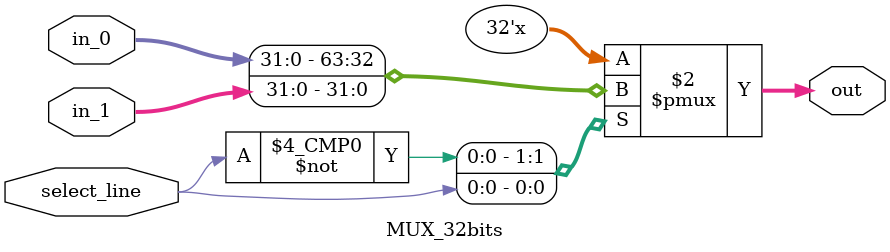
<source format=v>
`timescale 1ns / 1ps

module MUX_32bits (
	input [31:0] in_0, in_1,	
	input select_line,
	output reg [31:0] out
	);
	
	always @(*) begin
		case (select_line)
			1'b0 : out <= in_0;
			1'b1 : out <= in_1;
		endcase
	end

endmodule

</source>
